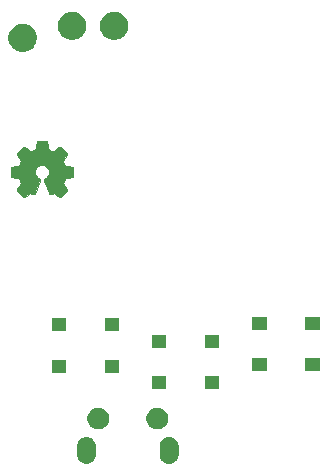
<source format=gbs>
G04 #@! TF.GenerationSoftware,KiCad,Pcbnew,5.0.2+dfsg1-1*
G04 #@! TF.CreationDate,2019-09-05T11:37:23+02:00*
G04 #@! TF.ProjectId,xling,786c696e-672e-46b6-9963-61645f706362,0.3*
G04 #@! TF.SameCoordinates,Original*
G04 #@! TF.FileFunction,Soldermask,Bot*
G04 #@! TF.FilePolarity,Negative*
%FSLAX46Y46*%
G04 Gerber Fmt 4.6, Leading zero omitted, Abs format (unit mm)*
G04 Created by KiCad (PCBNEW 5.0.2+dfsg1-1) date Thu 05 Sep 2019 11:37:23 CEST*
%MOMM*%
%LPD*%
G01*
G04 APERTURE LIST*
%ADD10C,0.010000*%
%ADD11C,0.100000*%
G04 APERTURE END LIST*
D10*
G04 #@! TO.C,OH1*
G36*
X57445274Y-58183226D02*
X57367714Y-58183644D01*
X57296840Y-58184289D01*
X57234326Y-58185134D01*
X57181848Y-58186150D01*
X57141079Y-58187311D01*
X57113693Y-58188588D01*
X57101365Y-58189954D01*
X57100977Y-58190122D01*
X57096641Y-58200166D01*
X57089750Y-58225743D01*
X57080556Y-58265686D01*
X57069308Y-58318828D01*
X57056255Y-58384003D01*
X57041646Y-58460043D01*
X57030820Y-58518076D01*
X57017402Y-58590234D01*
X57004670Y-58657641D01*
X56993002Y-58718366D01*
X56982779Y-58770478D01*
X56974380Y-58812047D01*
X56968185Y-58841142D01*
X56964572Y-58855832D01*
X56964244Y-58856752D01*
X56956906Y-58864898D01*
X56939800Y-58875827D01*
X56911585Y-58890192D01*
X56870925Y-58908646D01*
X56816480Y-58931844D01*
X56777247Y-58948063D01*
X56719691Y-58971602D01*
X56675664Y-58989313D01*
X56643041Y-59001819D01*
X56619695Y-59009746D01*
X56603501Y-59013718D01*
X56592331Y-59014359D01*
X56584061Y-59012293D01*
X56576564Y-59008146D01*
X56575346Y-59007364D01*
X56563069Y-58999160D01*
X56538699Y-58982638D01*
X56504098Y-58959068D01*
X56461130Y-58929722D01*
X56411657Y-58895872D01*
X56357541Y-58858789D01*
X56326852Y-58837737D01*
X56100604Y-58682467D01*
X55901053Y-58682467D01*
X55666160Y-58917472D01*
X55431267Y-59152478D01*
X55431267Y-59352319D01*
X55597399Y-59593812D01*
X55763531Y-59835306D01*
X55684182Y-60021667D01*
X55660628Y-60075906D01*
X55638757Y-60124220D01*
X55619606Y-60164469D01*
X55604210Y-60194515D01*
X55593604Y-60212219D01*
X55590149Y-60215941D01*
X55578732Y-60219236D01*
X55552586Y-60225186D01*
X55513639Y-60233402D01*
X55463820Y-60243493D01*
X55405055Y-60255069D01*
X55339274Y-60267741D01*
X55268405Y-60281119D01*
X55260651Y-60282567D01*
X55179423Y-60297968D01*
X55107911Y-60312036D01*
X55047349Y-60324504D01*
X54998969Y-60335106D01*
X54964005Y-60343573D01*
X54943691Y-60349641D01*
X54938915Y-60352190D01*
X54937542Y-60362594D01*
X54936254Y-60388258D01*
X54935079Y-60427506D01*
X54934045Y-60478665D01*
X54933179Y-60540060D01*
X54932509Y-60610017D01*
X54932063Y-60686862D01*
X54931868Y-60768920D01*
X54931863Y-60779046D01*
X54931899Y-60875927D01*
X54932096Y-60957203D01*
X54932491Y-61024204D01*
X54933122Y-61078257D01*
X54934024Y-61120692D01*
X54935235Y-61152836D01*
X54936792Y-61176019D01*
X54938731Y-61191568D01*
X54941090Y-61200813D01*
X54943674Y-61204903D01*
X54954507Y-61208666D01*
X54980062Y-61214999D01*
X55018391Y-61223497D01*
X55067547Y-61233751D01*
X55125582Y-61245356D01*
X55190549Y-61257905D01*
X55259057Y-61270727D01*
X55335533Y-61285079D01*
X55404302Y-61298501D01*
X55463778Y-61310653D01*
X55512377Y-61321194D01*
X55548514Y-61329785D01*
X55570603Y-61336086D01*
X55576746Y-61338849D01*
X55583317Y-61349398D01*
X55594752Y-61372830D01*
X55609991Y-61406554D01*
X55627971Y-61447976D01*
X55647632Y-61494505D01*
X55667912Y-61543549D01*
X55687749Y-61592515D01*
X55706083Y-61638812D01*
X55721851Y-61679847D01*
X55733992Y-61713029D01*
X55741445Y-61735765D01*
X55743206Y-61745353D01*
X55737875Y-61753781D01*
X55724113Y-61774452D01*
X55703079Y-61805656D01*
X55675933Y-61845680D01*
X55643834Y-61892814D01*
X55607942Y-61945346D01*
X55585783Y-61977701D01*
X55431267Y-62203128D01*
X55431267Y-62403970D01*
X55666565Y-62638718D01*
X55901864Y-62873467D01*
X56097633Y-62873467D01*
X56319749Y-62720780D01*
X56541866Y-62568094D01*
X56612769Y-62606744D01*
X56683673Y-62645393D01*
X56787205Y-62643013D01*
X56890738Y-62640633D01*
X57343814Y-61548433D01*
X57344274Y-61462342D01*
X57343982Y-61424632D01*
X57342827Y-61392419D01*
X57341011Y-61370033D01*
X57339594Y-61362859D01*
X57330860Y-61352792D01*
X57311155Y-61335828D01*
X57283572Y-61314498D01*
X57257044Y-61295382D01*
X57187148Y-61243945D01*
X57130107Y-61195481D01*
X57083024Y-61146756D01*
X57042997Y-61094538D01*
X57007127Y-61035595D01*
X56984192Y-60991169D01*
X56950301Y-60911439D01*
X56930612Y-60839607D01*
X56924912Y-60774684D01*
X56929023Y-60733410D01*
X56955802Y-60633920D01*
X56997872Y-60539801D01*
X57054020Y-60452629D01*
X57123036Y-60373980D01*
X57203706Y-60305427D01*
X57294820Y-60248549D01*
X57306633Y-60242464D01*
X57369775Y-60214667D01*
X57433088Y-60194087D01*
X57491706Y-60182115D01*
X57526767Y-60179599D01*
X57593090Y-60186742D01*
X57664613Y-60207081D01*
X57738369Y-60238975D01*
X57811390Y-60280787D01*
X57880709Y-60330877D01*
X57943358Y-60387607D01*
X57982252Y-60431129D01*
X58019601Y-60484386D01*
X58055421Y-60548372D01*
X58086707Y-60616944D01*
X58110456Y-60683962D01*
X58116203Y-60704993D01*
X58125147Y-60749186D01*
X58127883Y-60789463D01*
X58123904Y-60830252D01*
X58112701Y-60875983D01*
X58093766Y-60931087D01*
X58088749Y-60944289D01*
X58044780Y-61037197D01*
X57986989Y-61122539D01*
X57914702Y-61201095D01*
X57827242Y-61273644D01*
X57768067Y-61314064D01*
X57743044Y-61330791D01*
X57723855Y-61345019D01*
X57715280Y-61352972D01*
X57712745Y-61364769D01*
X57710683Y-61389620D01*
X57709334Y-61423645D01*
X57708930Y-61455421D01*
X57708800Y-61548675D01*
X57928680Y-62079920D01*
X57966028Y-62170084D01*
X58001640Y-62255921D01*
X58034963Y-62336102D01*
X58065442Y-62409304D01*
X58092525Y-62474199D01*
X58115657Y-62529462D01*
X58134284Y-62573767D01*
X58147853Y-62605789D01*
X58155810Y-62624200D01*
X58157577Y-62628015D01*
X58162817Y-62635217D01*
X58171434Y-62640025D01*
X58186518Y-62642914D01*
X58211158Y-62644360D01*
X58248443Y-62644839D01*
X58266942Y-62644867D01*
X58367289Y-62644867D01*
X58438836Y-62606805D01*
X58510384Y-62568744D01*
X58649342Y-62664425D01*
X58699188Y-62698695D01*
X58750999Y-62734224D01*
X58800621Y-62768171D01*
X58843903Y-62797695D01*
X58872008Y-62816786D01*
X58955717Y-62873467D01*
X59152030Y-62873467D01*
X59387148Y-62638348D01*
X59622267Y-62403229D01*
X59622267Y-62304865D01*
X59622107Y-62262567D01*
X59621079Y-62233111D01*
X59618359Y-62212405D01*
X59613122Y-62196358D01*
X59604545Y-62180878D01*
X59594165Y-62165333D01*
X59581757Y-62147180D01*
X59561402Y-62117427D01*
X59534725Y-62078446D01*
X59503347Y-62032608D01*
X59468892Y-61982285D01*
X59437531Y-61936489D01*
X59403437Y-61886301D01*
X59372740Y-61840337D01*
X59346692Y-61800536D01*
X59326548Y-61768838D01*
X59313560Y-61747182D01*
X59308981Y-61737523D01*
X59312014Y-61726807D01*
X59320548Y-61702683D01*
X59333719Y-61667435D01*
X59350664Y-61623348D01*
X59370519Y-61572704D01*
X59386358Y-61532899D01*
X59412676Y-61467964D01*
X59433912Y-61417523D01*
X59450743Y-61380146D01*
X59463847Y-61354403D01*
X59473903Y-61338864D01*
X59481589Y-61332100D01*
X59481627Y-61332083D01*
X59493883Y-61328856D01*
X59520791Y-61323007D01*
X59560340Y-61314932D01*
X59610518Y-61305030D01*
X59669317Y-61293696D01*
X59734724Y-61281329D01*
X59799132Y-61269357D01*
X59868532Y-61256361D01*
X59932884Y-61243924D01*
X59990232Y-61232456D01*
X60038617Y-61222363D01*
X60076082Y-61214053D01*
X60100669Y-61207935D01*
X60110282Y-61204553D01*
X60112974Y-61199682D01*
X60115232Y-61189059D01*
X60117089Y-61171398D01*
X60118580Y-61145410D01*
X60119741Y-61109807D01*
X60120605Y-61063300D01*
X60121208Y-61004603D01*
X60121584Y-60932426D01*
X60121767Y-60845482D01*
X60121800Y-60777125D01*
X60121800Y-60359257D01*
X60102750Y-60347504D01*
X60090271Y-60343334D01*
X60063105Y-60336620D01*
X60023240Y-60327778D01*
X59972663Y-60317220D01*
X59913360Y-60305363D01*
X59847318Y-60292619D01*
X59776523Y-60279405D01*
X59774667Y-60279064D01*
X59704216Y-60265922D01*
X59638845Y-60253309D01*
X59580473Y-60241626D01*
X59531015Y-60231275D01*
X59492388Y-60222658D01*
X59466509Y-60216176D01*
X59455296Y-60212230D01*
X59455160Y-60212113D01*
X59449112Y-60201839D01*
X59437753Y-60178706D01*
X59422270Y-60145436D01*
X59403853Y-60104752D01*
X59383690Y-60059376D01*
X59362968Y-60012031D01*
X59342876Y-59965438D01*
X59324602Y-59922320D01*
X59309335Y-59885400D01*
X59298261Y-59857400D01*
X59292571Y-59841041D01*
X59292067Y-59838433D01*
X59296705Y-59829543D01*
X59309885Y-59808402D01*
X59330502Y-59776676D01*
X59357453Y-59736031D01*
X59389636Y-59688135D01*
X59425946Y-59634653D01*
X59457167Y-59589049D01*
X59622267Y-59348763D01*
X59622267Y-59153064D01*
X59387519Y-58917765D01*
X59152770Y-58682467D01*
X58951790Y-58682467D01*
X58738812Y-58828150D01*
X58683781Y-58865814D01*
X58631699Y-58901498D01*
X58584649Y-58933773D01*
X58544714Y-58961208D01*
X58513977Y-58982374D01*
X58494520Y-58995841D01*
X58491227Y-58998143D01*
X58456620Y-59022452D01*
X58296493Y-58957313D01*
X58234585Y-58932060D01*
X58186550Y-58912202D01*
X58150549Y-58896823D01*
X58124742Y-58885006D01*
X58107290Y-58875836D01*
X58096352Y-58868398D01*
X58090089Y-58861774D01*
X58086661Y-58855050D01*
X58085758Y-58852401D01*
X58083066Y-58840561D01*
X58077678Y-58814010D01*
X58069966Y-58774692D01*
X58060305Y-58724549D01*
X58049070Y-58665523D01*
X58036633Y-58599559D01*
X58023369Y-58528597D01*
X58022008Y-58521281D01*
X58008580Y-58450136D01*
X57995719Y-58383999D01*
X57983826Y-58324777D01*
X57973300Y-58274380D01*
X57964540Y-58234714D01*
X57957945Y-58207687D01*
X57953915Y-58195207D01*
X57953647Y-58194805D01*
X57949006Y-58192040D01*
X57939189Y-58189726D01*
X57922870Y-58187826D01*
X57898727Y-58186304D01*
X57865437Y-58185123D01*
X57821676Y-58184248D01*
X57766120Y-58183641D01*
X57697448Y-58183267D01*
X57614334Y-58183088D01*
X57527847Y-58183063D01*
X57445274Y-58183226D01*
X57445274Y-58183226D01*
G37*
X57445274Y-58183226D02*
X57367714Y-58183644D01*
X57296840Y-58184289D01*
X57234326Y-58185134D01*
X57181848Y-58186150D01*
X57141079Y-58187311D01*
X57113693Y-58188588D01*
X57101365Y-58189954D01*
X57100977Y-58190122D01*
X57096641Y-58200166D01*
X57089750Y-58225743D01*
X57080556Y-58265686D01*
X57069308Y-58318828D01*
X57056255Y-58384003D01*
X57041646Y-58460043D01*
X57030820Y-58518076D01*
X57017402Y-58590234D01*
X57004670Y-58657641D01*
X56993002Y-58718366D01*
X56982779Y-58770478D01*
X56974380Y-58812047D01*
X56968185Y-58841142D01*
X56964572Y-58855832D01*
X56964244Y-58856752D01*
X56956906Y-58864898D01*
X56939800Y-58875827D01*
X56911585Y-58890192D01*
X56870925Y-58908646D01*
X56816480Y-58931844D01*
X56777247Y-58948063D01*
X56719691Y-58971602D01*
X56675664Y-58989313D01*
X56643041Y-59001819D01*
X56619695Y-59009746D01*
X56603501Y-59013718D01*
X56592331Y-59014359D01*
X56584061Y-59012293D01*
X56576564Y-59008146D01*
X56575346Y-59007364D01*
X56563069Y-58999160D01*
X56538699Y-58982638D01*
X56504098Y-58959068D01*
X56461130Y-58929722D01*
X56411657Y-58895872D01*
X56357541Y-58858789D01*
X56326852Y-58837737D01*
X56100604Y-58682467D01*
X55901053Y-58682467D01*
X55666160Y-58917472D01*
X55431267Y-59152478D01*
X55431267Y-59352319D01*
X55597399Y-59593812D01*
X55763531Y-59835306D01*
X55684182Y-60021667D01*
X55660628Y-60075906D01*
X55638757Y-60124220D01*
X55619606Y-60164469D01*
X55604210Y-60194515D01*
X55593604Y-60212219D01*
X55590149Y-60215941D01*
X55578732Y-60219236D01*
X55552586Y-60225186D01*
X55513639Y-60233402D01*
X55463820Y-60243493D01*
X55405055Y-60255069D01*
X55339274Y-60267741D01*
X55268405Y-60281119D01*
X55260651Y-60282567D01*
X55179423Y-60297968D01*
X55107911Y-60312036D01*
X55047349Y-60324504D01*
X54998969Y-60335106D01*
X54964005Y-60343573D01*
X54943691Y-60349641D01*
X54938915Y-60352190D01*
X54937542Y-60362594D01*
X54936254Y-60388258D01*
X54935079Y-60427506D01*
X54934045Y-60478665D01*
X54933179Y-60540060D01*
X54932509Y-60610017D01*
X54932063Y-60686862D01*
X54931868Y-60768920D01*
X54931863Y-60779046D01*
X54931899Y-60875927D01*
X54932096Y-60957203D01*
X54932491Y-61024204D01*
X54933122Y-61078257D01*
X54934024Y-61120692D01*
X54935235Y-61152836D01*
X54936792Y-61176019D01*
X54938731Y-61191568D01*
X54941090Y-61200813D01*
X54943674Y-61204903D01*
X54954507Y-61208666D01*
X54980062Y-61214999D01*
X55018391Y-61223497D01*
X55067547Y-61233751D01*
X55125582Y-61245356D01*
X55190549Y-61257905D01*
X55259057Y-61270727D01*
X55335533Y-61285079D01*
X55404302Y-61298501D01*
X55463778Y-61310653D01*
X55512377Y-61321194D01*
X55548514Y-61329785D01*
X55570603Y-61336086D01*
X55576746Y-61338849D01*
X55583317Y-61349398D01*
X55594752Y-61372830D01*
X55609991Y-61406554D01*
X55627971Y-61447976D01*
X55647632Y-61494505D01*
X55667912Y-61543549D01*
X55687749Y-61592515D01*
X55706083Y-61638812D01*
X55721851Y-61679847D01*
X55733992Y-61713029D01*
X55741445Y-61735765D01*
X55743206Y-61745353D01*
X55737875Y-61753781D01*
X55724113Y-61774452D01*
X55703079Y-61805656D01*
X55675933Y-61845680D01*
X55643834Y-61892814D01*
X55607942Y-61945346D01*
X55585783Y-61977701D01*
X55431267Y-62203128D01*
X55431267Y-62403970D01*
X55666565Y-62638718D01*
X55901864Y-62873467D01*
X56097633Y-62873467D01*
X56319749Y-62720780D01*
X56541866Y-62568094D01*
X56612769Y-62606744D01*
X56683673Y-62645393D01*
X56787205Y-62643013D01*
X56890738Y-62640633D01*
X57343814Y-61548433D01*
X57344274Y-61462342D01*
X57343982Y-61424632D01*
X57342827Y-61392419D01*
X57341011Y-61370033D01*
X57339594Y-61362859D01*
X57330860Y-61352792D01*
X57311155Y-61335828D01*
X57283572Y-61314498D01*
X57257044Y-61295382D01*
X57187148Y-61243945D01*
X57130107Y-61195481D01*
X57083024Y-61146756D01*
X57042997Y-61094538D01*
X57007127Y-61035595D01*
X56984192Y-60991169D01*
X56950301Y-60911439D01*
X56930612Y-60839607D01*
X56924912Y-60774684D01*
X56929023Y-60733410D01*
X56955802Y-60633920D01*
X56997872Y-60539801D01*
X57054020Y-60452629D01*
X57123036Y-60373980D01*
X57203706Y-60305427D01*
X57294820Y-60248549D01*
X57306633Y-60242464D01*
X57369775Y-60214667D01*
X57433088Y-60194087D01*
X57491706Y-60182115D01*
X57526767Y-60179599D01*
X57593090Y-60186742D01*
X57664613Y-60207081D01*
X57738369Y-60238975D01*
X57811390Y-60280787D01*
X57880709Y-60330877D01*
X57943358Y-60387607D01*
X57982252Y-60431129D01*
X58019601Y-60484386D01*
X58055421Y-60548372D01*
X58086707Y-60616944D01*
X58110456Y-60683962D01*
X58116203Y-60704993D01*
X58125147Y-60749186D01*
X58127883Y-60789463D01*
X58123904Y-60830252D01*
X58112701Y-60875983D01*
X58093766Y-60931087D01*
X58088749Y-60944289D01*
X58044780Y-61037197D01*
X57986989Y-61122539D01*
X57914702Y-61201095D01*
X57827242Y-61273644D01*
X57768067Y-61314064D01*
X57743044Y-61330791D01*
X57723855Y-61345019D01*
X57715280Y-61352972D01*
X57712745Y-61364769D01*
X57710683Y-61389620D01*
X57709334Y-61423645D01*
X57708930Y-61455421D01*
X57708800Y-61548675D01*
X57928680Y-62079920D01*
X57966028Y-62170084D01*
X58001640Y-62255921D01*
X58034963Y-62336102D01*
X58065442Y-62409304D01*
X58092525Y-62474199D01*
X58115657Y-62529462D01*
X58134284Y-62573767D01*
X58147853Y-62605789D01*
X58155810Y-62624200D01*
X58157577Y-62628015D01*
X58162817Y-62635217D01*
X58171434Y-62640025D01*
X58186518Y-62642914D01*
X58211158Y-62644360D01*
X58248443Y-62644839D01*
X58266942Y-62644867D01*
X58367289Y-62644867D01*
X58438836Y-62606805D01*
X58510384Y-62568744D01*
X58649342Y-62664425D01*
X58699188Y-62698695D01*
X58750999Y-62734224D01*
X58800621Y-62768171D01*
X58843903Y-62797695D01*
X58872008Y-62816786D01*
X58955717Y-62873467D01*
X59152030Y-62873467D01*
X59387148Y-62638348D01*
X59622267Y-62403229D01*
X59622267Y-62304865D01*
X59622107Y-62262567D01*
X59621079Y-62233111D01*
X59618359Y-62212405D01*
X59613122Y-62196358D01*
X59604545Y-62180878D01*
X59594165Y-62165333D01*
X59581757Y-62147180D01*
X59561402Y-62117427D01*
X59534725Y-62078446D01*
X59503347Y-62032608D01*
X59468892Y-61982285D01*
X59437531Y-61936489D01*
X59403437Y-61886301D01*
X59372740Y-61840337D01*
X59346692Y-61800536D01*
X59326548Y-61768838D01*
X59313560Y-61747182D01*
X59308981Y-61737523D01*
X59312014Y-61726807D01*
X59320548Y-61702683D01*
X59333719Y-61667435D01*
X59350664Y-61623348D01*
X59370519Y-61572704D01*
X59386358Y-61532899D01*
X59412676Y-61467964D01*
X59433912Y-61417523D01*
X59450743Y-61380146D01*
X59463847Y-61354403D01*
X59473903Y-61338864D01*
X59481589Y-61332100D01*
X59481627Y-61332083D01*
X59493883Y-61328856D01*
X59520791Y-61323007D01*
X59560340Y-61314932D01*
X59610518Y-61305030D01*
X59669317Y-61293696D01*
X59734724Y-61281329D01*
X59799132Y-61269357D01*
X59868532Y-61256361D01*
X59932884Y-61243924D01*
X59990232Y-61232456D01*
X60038617Y-61222363D01*
X60076082Y-61214053D01*
X60100669Y-61207935D01*
X60110282Y-61204553D01*
X60112974Y-61199682D01*
X60115232Y-61189059D01*
X60117089Y-61171398D01*
X60118580Y-61145410D01*
X60119741Y-61109807D01*
X60120605Y-61063300D01*
X60121208Y-61004603D01*
X60121584Y-60932426D01*
X60121767Y-60845482D01*
X60121800Y-60777125D01*
X60121800Y-60359257D01*
X60102750Y-60347504D01*
X60090271Y-60343334D01*
X60063105Y-60336620D01*
X60023240Y-60327778D01*
X59972663Y-60317220D01*
X59913360Y-60305363D01*
X59847318Y-60292619D01*
X59776523Y-60279405D01*
X59774667Y-60279064D01*
X59704216Y-60265922D01*
X59638845Y-60253309D01*
X59580473Y-60241626D01*
X59531015Y-60231275D01*
X59492388Y-60222658D01*
X59466509Y-60216176D01*
X59455296Y-60212230D01*
X59455160Y-60212113D01*
X59449112Y-60201839D01*
X59437753Y-60178706D01*
X59422270Y-60145436D01*
X59403853Y-60104752D01*
X59383690Y-60059376D01*
X59362968Y-60012031D01*
X59342876Y-59965438D01*
X59324602Y-59922320D01*
X59309335Y-59885400D01*
X59298261Y-59857400D01*
X59292571Y-59841041D01*
X59292067Y-59838433D01*
X59296705Y-59829543D01*
X59309885Y-59808402D01*
X59330502Y-59776676D01*
X59357453Y-59736031D01*
X59389636Y-59688135D01*
X59425946Y-59634653D01*
X59457167Y-59589049D01*
X59622267Y-59348763D01*
X59622267Y-59153064D01*
X59387519Y-58917765D01*
X59152770Y-58682467D01*
X58951790Y-58682467D01*
X58738812Y-58828150D01*
X58683781Y-58865814D01*
X58631699Y-58901498D01*
X58584649Y-58933773D01*
X58544714Y-58961208D01*
X58513977Y-58982374D01*
X58494520Y-58995841D01*
X58491227Y-58998143D01*
X58456620Y-59022452D01*
X58296493Y-58957313D01*
X58234585Y-58932060D01*
X58186550Y-58912202D01*
X58150549Y-58896823D01*
X58124742Y-58885006D01*
X58107290Y-58875836D01*
X58096352Y-58868398D01*
X58090089Y-58861774D01*
X58086661Y-58855050D01*
X58085758Y-58852401D01*
X58083066Y-58840561D01*
X58077678Y-58814010D01*
X58069966Y-58774692D01*
X58060305Y-58724549D01*
X58049070Y-58665523D01*
X58036633Y-58599559D01*
X58023369Y-58528597D01*
X58022008Y-58521281D01*
X58008580Y-58450136D01*
X57995719Y-58383999D01*
X57983826Y-58324777D01*
X57973300Y-58274380D01*
X57964540Y-58234714D01*
X57957945Y-58207687D01*
X57953915Y-58195207D01*
X57953647Y-58194805D01*
X57949006Y-58192040D01*
X57939189Y-58189726D01*
X57922870Y-58187826D01*
X57898727Y-58186304D01*
X57865437Y-58185123D01*
X57821676Y-58184248D01*
X57766120Y-58183641D01*
X57697448Y-58183267D01*
X57614334Y-58183088D01*
X57527847Y-58183063D01*
X57445274Y-58183226D01*
D11*
G36*
X61438827Y-83209076D02*
X61589628Y-83254820D01*
X61728607Y-83329107D01*
X61850422Y-83429078D01*
X61950393Y-83550893D01*
X62024680Y-83689872D01*
X62070424Y-83840673D01*
X62082000Y-83958205D01*
X62082000Y-84736795D01*
X62070424Y-84854327D01*
X62024680Y-85005128D01*
X61950393Y-85144107D01*
X61886432Y-85222043D01*
X61850422Y-85265922D01*
X61728605Y-85365893D01*
X61728603Y-85365894D01*
X61728602Y-85365895D01*
X61589627Y-85440180D01*
X61438826Y-85485924D01*
X61282000Y-85501370D01*
X61125173Y-85485924D01*
X60974372Y-85440180D01*
X60835393Y-85365893D01*
X60757457Y-85301932D01*
X60713578Y-85265922D01*
X60613607Y-85144105D01*
X60613605Y-85144102D01*
X60539320Y-85005127D01*
X60493576Y-84854326D01*
X60482000Y-84736794D01*
X60482000Y-83958205D01*
X60493576Y-83840673D01*
X60539321Y-83689872D01*
X60613608Y-83550893D01*
X60713579Y-83429078D01*
X60835394Y-83329107D01*
X60974373Y-83254820D01*
X61125174Y-83209076D01*
X61282000Y-83193630D01*
X61438827Y-83209076D01*
X61438827Y-83209076D01*
G37*
G36*
X68438826Y-83209076D02*
X68589627Y-83254820D01*
X68728602Y-83329105D01*
X68728603Y-83329106D01*
X68728605Y-83329107D01*
X68850422Y-83429078D01*
X68850424Y-83429081D01*
X68950393Y-83550893D01*
X69024680Y-83689872D01*
X69070424Y-83840673D01*
X69082000Y-83958205D01*
X69082000Y-84736795D01*
X69070424Y-84854327D01*
X69024680Y-85005128D01*
X68950393Y-85144107D01*
X68850422Y-85265922D01*
X68728607Y-85365893D01*
X68589628Y-85440180D01*
X68438827Y-85485924D01*
X68282000Y-85501370D01*
X68125174Y-85485924D01*
X67974373Y-85440180D01*
X67835394Y-85365893D01*
X67713579Y-85265922D01*
X67613608Y-85144107D01*
X67539321Y-85005128D01*
X67493576Y-84854327D01*
X67482000Y-84736795D01*
X67482000Y-83958206D01*
X67493576Y-83840674D01*
X67539320Y-83689873D01*
X67613605Y-83550898D01*
X67613609Y-83550893D01*
X67713578Y-83429078D01*
X67757457Y-83393068D01*
X67835393Y-83329107D01*
X67974372Y-83254820D01*
X68125173Y-83209076D01*
X68282000Y-83193630D01*
X68438826Y-83209076D01*
X68438826Y-83209076D01*
G37*
G36*
X62551811Y-80758046D02*
X62551814Y-80758047D01*
X62551813Y-80758047D01*
X62720152Y-80827775D01*
X62720155Y-80827777D01*
X62871653Y-80929004D01*
X63000496Y-81057847D01*
X63101723Y-81209345D01*
X63101725Y-81209348D01*
X63158575Y-81346596D01*
X63171454Y-81377689D01*
X63207000Y-81556394D01*
X63207000Y-81738606D01*
X63171454Y-81917311D01*
X63171453Y-81917313D01*
X63101725Y-82085652D01*
X63101723Y-82085655D01*
X63000496Y-82237153D01*
X62871653Y-82365996D01*
X62720155Y-82467223D01*
X62720152Y-82467225D01*
X62582904Y-82524075D01*
X62551811Y-82536954D01*
X62373106Y-82572500D01*
X62190894Y-82572500D01*
X62012189Y-82536954D01*
X61981096Y-82524075D01*
X61843848Y-82467225D01*
X61843845Y-82467223D01*
X61692347Y-82365996D01*
X61563504Y-82237153D01*
X61462277Y-82085655D01*
X61462275Y-82085652D01*
X61392547Y-81917313D01*
X61392546Y-81917311D01*
X61357000Y-81738606D01*
X61357000Y-81556394D01*
X61392546Y-81377689D01*
X61405425Y-81346596D01*
X61462275Y-81209348D01*
X61462277Y-81209345D01*
X61563504Y-81057847D01*
X61692347Y-80929004D01*
X61843845Y-80827777D01*
X61843848Y-80827775D01*
X62012187Y-80758047D01*
X62012186Y-80758047D01*
X62012189Y-80758046D01*
X62190894Y-80722500D01*
X62373106Y-80722500D01*
X62551811Y-80758046D01*
X62551811Y-80758046D01*
G37*
G36*
X67551811Y-80758046D02*
X67551814Y-80758047D01*
X67551813Y-80758047D01*
X67720152Y-80827775D01*
X67720155Y-80827777D01*
X67871653Y-80929004D01*
X68000496Y-81057847D01*
X68101723Y-81209345D01*
X68101725Y-81209348D01*
X68158575Y-81346596D01*
X68171454Y-81377689D01*
X68207000Y-81556394D01*
X68207000Y-81738606D01*
X68171454Y-81917311D01*
X68171453Y-81917313D01*
X68101725Y-82085652D01*
X68101723Y-82085655D01*
X68000496Y-82237153D01*
X67871653Y-82365996D01*
X67720155Y-82467223D01*
X67720152Y-82467225D01*
X67582904Y-82524075D01*
X67551811Y-82536954D01*
X67373106Y-82572500D01*
X67190894Y-82572500D01*
X67012189Y-82536954D01*
X66981096Y-82524075D01*
X66843848Y-82467225D01*
X66843845Y-82467223D01*
X66692347Y-82365996D01*
X66563504Y-82237153D01*
X66462277Y-82085655D01*
X66462275Y-82085652D01*
X66392547Y-81917313D01*
X66392546Y-81917311D01*
X66357000Y-81738606D01*
X66357000Y-81556394D01*
X66392546Y-81377689D01*
X66405425Y-81346596D01*
X66462275Y-81209348D01*
X66462277Y-81209345D01*
X66563504Y-81057847D01*
X66692347Y-80929004D01*
X66843845Y-80827777D01*
X66843848Y-80827775D01*
X67012187Y-80758047D01*
X67012186Y-80758047D01*
X67012189Y-80758046D01*
X67190894Y-80722500D01*
X67373106Y-80722500D01*
X67551811Y-80758046D01*
X67551811Y-80758046D01*
G37*
G36*
X68032000Y-79160000D02*
X66832000Y-79160000D01*
X66832000Y-78060000D01*
X68032000Y-78060000D01*
X68032000Y-79160000D01*
X68032000Y-79160000D01*
G37*
G36*
X72532000Y-79160000D02*
X71332000Y-79160000D01*
X71332000Y-78060000D01*
X72532000Y-78060000D01*
X72532000Y-79160000D01*
X72532000Y-79160000D01*
G37*
G36*
X59532000Y-77760000D02*
X58332000Y-77760000D01*
X58332000Y-76660000D01*
X59532000Y-76660000D01*
X59532000Y-77760000D01*
X59532000Y-77760000D01*
G37*
G36*
X64032000Y-77760000D02*
X62832000Y-77760000D01*
X62832000Y-76660000D01*
X64032000Y-76660000D01*
X64032000Y-77760000D01*
X64032000Y-77760000D01*
G37*
G36*
X81032000Y-77610000D02*
X79832000Y-77610000D01*
X79832000Y-76510000D01*
X81032000Y-76510000D01*
X81032000Y-77610000D01*
X81032000Y-77610000D01*
G37*
G36*
X76532000Y-77610000D02*
X75332000Y-77610000D01*
X75332000Y-76510000D01*
X76532000Y-76510000D01*
X76532000Y-77610000D01*
X76532000Y-77610000D01*
G37*
G36*
X68032000Y-75660000D02*
X66832000Y-75660000D01*
X66832000Y-74560000D01*
X68032000Y-74560000D01*
X68032000Y-75660000D01*
X68032000Y-75660000D01*
G37*
G36*
X72532000Y-75660000D02*
X71332000Y-75660000D01*
X71332000Y-74560000D01*
X72532000Y-74560000D01*
X72532000Y-75660000D01*
X72532000Y-75660000D01*
G37*
G36*
X59532000Y-74260000D02*
X58332000Y-74260000D01*
X58332000Y-73160000D01*
X59532000Y-73160000D01*
X59532000Y-74260000D01*
X59532000Y-74260000D01*
G37*
G36*
X64032000Y-74260000D02*
X62832000Y-74260000D01*
X62832000Y-73160000D01*
X64032000Y-73160000D01*
X64032000Y-74260000D01*
X64032000Y-74260000D01*
G37*
G36*
X81032000Y-74110000D02*
X79832000Y-74110000D01*
X79832000Y-73010000D01*
X81032000Y-73010000D01*
X81032000Y-74110000D01*
X81032000Y-74110000D01*
G37*
G36*
X76532000Y-74110000D02*
X75332000Y-74110000D01*
X75332000Y-73010000D01*
X76532000Y-73010000D01*
X76532000Y-74110000D01*
X76532000Y-74110000D01*
G37*
G36*
X56230026Y-48249115D02*
X56339220Y-48294345D01*
X56448413Y-48339574D01*
X56644955Y-48470899D01*
X56812101Y-48638045D01*
X56943426Y-48834587D01*
X56988655Y-48943780D01*
X57033885Y-49052974D01*
X57080000Y-49284810D01*
X57080000Y-49521190D01*
X57033885Y-49753026D01*
X56988655Y-49862220D01*
X56943426Y-49971413D01*
X56812101Y-50167955D01*
X56644955Y-50335101D01*
X56448413Y-50466426D01*
X56339220Y-50511655D01*
X56230026Y-50556885D01*
X55998190Y-50603000D01*
X55761810Y-50603000D01*
X55529974Y-50556885D01*
X55420780Y-50511655D01*
X55311587Y-50466426D01*
X55115045Y-50335101D01*
X54947899Y-50167955D01*
X54816574Y-49971413D01*
X54771345Y-49862220D01*
X54726115Y-49753026D01*
X54680000Y-49521190D01*
X54680000Y-49284810D01*
X54726115Y-49052974D01*
X54771345Y-48943780D01*
X54816574Y-48834587D01*
X54947899Y-48638045D01*
X55115045Y-48470899D01*
X55311587Y-48339574D01*
X55420780Y-48294345D01*
X55529974Y-48249115D01*
X55761810Y-48203000D01*
X55998190Y-48203000D01*
X56230026Y-48249115D01*
X56230026Y-48249115D01*
G37*
G36*
X60421026Y-47233115D02*
X60530220Y-47278345D01*
X60639413Y-47323574D01*
X60835955Y-47454899D01*
X61003101Y-47622045D01*
X61134426Y-47818587D01*
X61179655Y-47927780D01*
X61224885Y-48036974D01*
X61271000Y-48268810D01*
X61271000Y-48505190D01*
X61224885Y-48737026D01*
X61184474Y-48834586D01*
X61134426Y-48955413D01*
X61003101Y-49151955D01*
X60835955Y-49319101D01*
X60639413Y-49450426D01*
X60530220Y-49495655D01*
X60421026Y-49540885D01*
X60189190Y-49587000D01*
X59952810Y-49587000D01*
X59720974Y-49540885D01*
X59611780Y-49495655D01*
X59502587Y-49450426D01*
X59306045Y-49319101D01*
X59138899Y-49151955D01*
X59007574Y-48955413D01*
X58957526Y-48834586D01*
X58917115Y-48737026D01*
X58871000Y-48505190D01*
X58871000Y-48268810D01*
X58917115Y-48036974D01*
X58962345Y-47927780D01*
X59007574Y-47818587D01*
X59138899Y-47622045D01*
X59306045Y-47454899D01*
X59502587Y-47323574D01*
X59611780Y-47278345D01*
X59720974Y-47233115D01*
X59952810Y-47187000D01*
X60189190Y-47187000D01*
X60421026Y-47233115D01*
X60421026Y-47233115D01*
G37*
G36*
X63977026Y-47233115D02*
X64086220Y-47278345D01*
X64195413Y-47323574D01*
X64391955Y-47454899D01*
X64559101Y-47622045D01*
X64690426Y-47818587D01*
X64735655Y-47927780D01*
X64780885Y-48036974D01*
X64827000Y-48268810D01*
X64827000Y-48505190D01*
X64780885Y-48737026D01*
X64740474Y-48834586D01*
X64690426Y-48955413D01*
X64559101Y-49151955D01*
X64391955Y-49319101D01*
X64195413Y-49450426D01*
X64086220Y-49495655D01*
X63977026Y-49540885D01*
X63745190Y-49587000D01*
X63508810Y-49587000D01*
X63276974Y-49540885D01*
X63167780Y-49495655D01*
X63058587Y-49450426D01*
X62862045Y-49319101D01*
X62694899Y-49151955D01*
X62563574Y-48955413D01*
X62513526Y-48834586D01*
X62473115Y-48737026D01*
X62427000Y-48505190D01*
X62427000Y-48268810D01*
X62473115Y-48036974D01*
X62518345Y-47927780D01*
X62563574Y-47818587D01*
X62694899Y-47622045D01*
X62862045Y-47454899D01*
X63058587Y-47323574D01*
X63167780Y-47278345D01*
X63276974Y-47233115D01*
X63508810Y-47187000D01*
X63745190Y-47187000D01*
X63977026Y-47233115D01*
X63977026Y-47233115D01*
G37*
M02*

</source>
